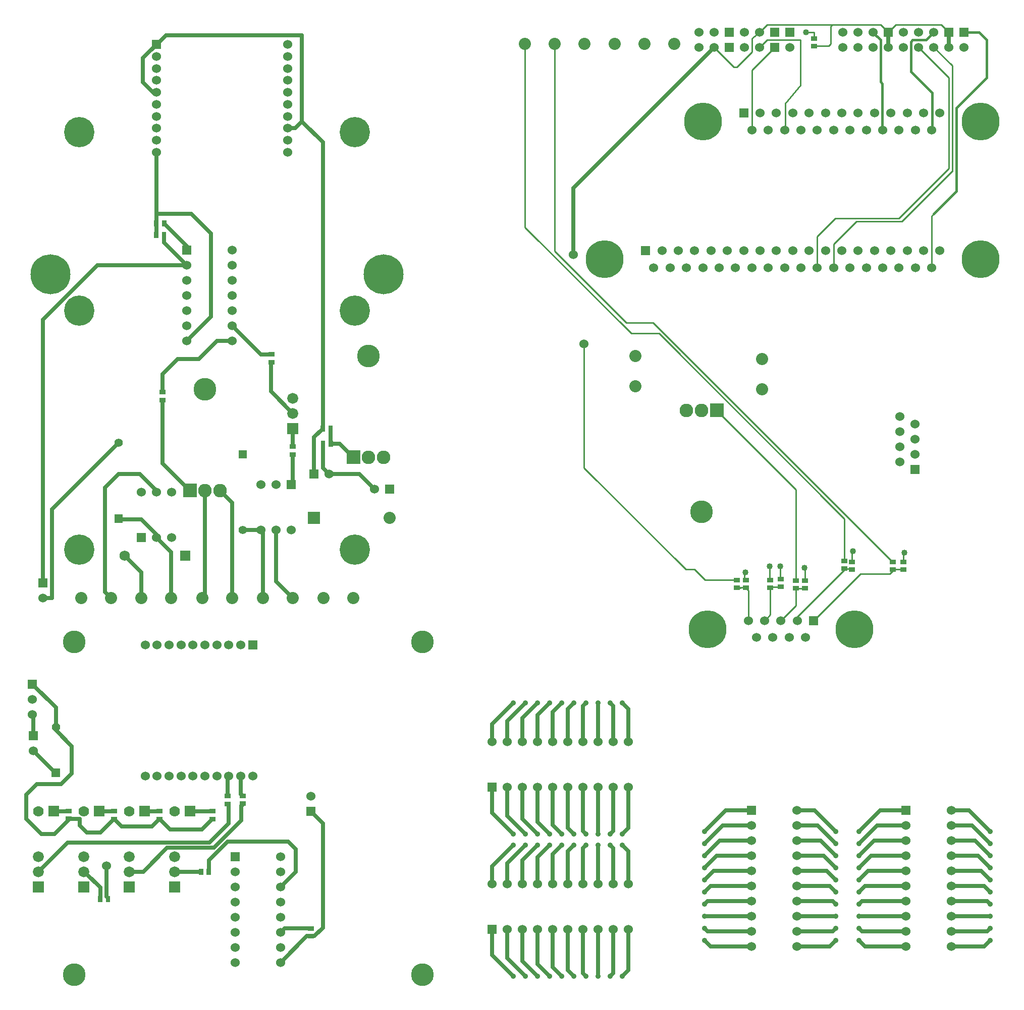
<source format=gbr>
G04 start of page 2 for group 0 idx 0 *
G04 Title: combined, component *
G04 Creator: pcb 20110918 *
G04 CreationDate: Tue 12 Jun 2012 05:40:10 PM GMT UTC *
G04 For: ed *
G04 Format: Gerber/RS-274X *
G04 PCB-Dimensions: 650000 650000 *
G04 PCB-Coordinate-Origin: lower left *
%MOIN*%
%FSLAX25Y25*%
%LNTOP*%
%ADD40C,0.0420*%
%ADD39C,0.0300*%
%ADD38C,0.1300*%
%ADD37C,0.1280*%
%ADD36C,0.0280*%
%ADD35C,0.0380*%
%ADD34C,0.1250*%
%ADD33C,0.0200*%
%ADD32C,0.1200*%
%ADD31C,0.0350*%
%ADD30C,0.1000*%
%ADD29C,0.2600*%
%ADD28C,0.0360*%
%ADD27C,0.0400*%
%ADD26C,0.2000*%
%ADD25C,0.2640*%
%ADD24R,0.0295X0.0295*%
%ADD23C,0.0700*%
%ADD22C,0.0720*%
%ADD21C,0.0680*%
%ADD20C,0.0550*%
%ADD19C,0.0900*%
%ADD18C,0.1500*%
%ADD17C,0.0800*%
%ADD16C,0.0001*%
%ADD15C,0.2500*%
%ADD14C,0.0600*%
%ADD13C,0.0150*%
%ADD12C,0.0100*%
%ADD11C,0.0250*%
G54D11*X24000Y117000D02*X33882D01*
X13000Y135000D02*X29000D01*
X36000Y142000D01*
X10500Y157000D02*X25000Y142500D01*
X25500D01*
X33882Y117000D02*X34000Y117118D01*
X36000Y160000D02*Y142000D01*
Y160000D02*X25500Y170500D01*
Y171500D02*Y170500D01*
X54000Y117000D02*X64000D01*
X10000Y181000D02*X10500Y180500D01*
Y167000D01*
X6000Y128000D02*Y112000D01*
Y128000D02*X13000Y135000D01*
X10000Y201000D02*X25500Y185500D01*
Y172500D01*
X84000Y117000D02*X94000D01*
X89000Y107000D02*X93882Y111882D01*
X94000D01*
X100882Y105000D01*
X121441Y77492D02*X120949Y77000D01*
X104000D02*X120949D01*
X99000Y92850D02*X83150Y77000D01*
X74000D02*X83150D01*
X114000Y117000D02*X129000D01*
X99000Y92850D02*X120342D01*
X119000D02*X129900D01*
X100882Y105000D02*X122118D01*
X129000Y111882D01*
X60000Y59492D02*X59000Y60492D01*
Y81000D02*Y60492D01*
X54882Y66500D02*Y59492D01*
Y66500D02*X45382Y76000D01*
X191441Y34441D02*X194000D01*
X176559Y39559D02*X194492D01*
X176559D02*X174000Y37000D01*
X191441Y34441D02*X174000Y17000D01*
X184000Y92000D02*Y77000D01*
X174000Y67000D01*
X179000Y97000D02*X184000Y92000D01*
X194000Y117000D02*X202000Y109000D01*
Y40000D01*
X196441Y34441D01*
X194559D02*X196441D01*
X147700Y140400D02*Y128418D01*
X149000Y127118D01*
X139000Y139600D02*Y127000D01*
Y139600D02*X139800Y140400D01*
X126559Y84559D02*Y77492D01*
Y84559D02*X139000Y97000D01*
X129900Y92850D02*X147000Y109950D01*
Y110000D02*Y109950D01*
X139492Y108992D02*X126850Y96350D01*
X139000Y97000D02*X179000D01*
X149492Y122000D02*X148000Y120508D01*
Y110950D01*
X139492Y121882D02*Y108992D01*
X33350Y96350D02*X126850D01*
X33350D02*X14000Y77000D01*
X44000D02*X45000Y78000D01*
X59000Y81000D02*Y78950D01*
X34492Y112000D02*X34610Y111882D01*
X41379D01*
Y107621D01*
X46000Y103000D01*
X55118D01*
X64000Y111882D01*
X68882Y107000D01*
X89000D01*
X34492Y112000D02*X24492Y102000D01*
X16000D02*X24492D01*
X16000D02*X6000Y112000D01*
G54D12*X423900Y432900D02*X546430Y310370D01*
X405602Y432900D02*X424110D01*
X405502Y433000D02*X405602Y432900D01*
X585430Y286900D02*Y282392D01*
X584938Y281900D02*X585430Y282392D01*
X578430Y276782D02*X585430D01*
X578430D02*Y275900D01*
X576430Y273900D02*X578430Y275900D01*
X556930Y273900D02*X576430D01*
X550938Y276782D02*X550379Y277341D01*
X577938Y281900D02*X419938Y439900D01*
X605430Y621900D02*X617530Y609800D01*
Y540000D01*
G54D13*X620430Y581900D02*Y526900D01*
G54D12*X615430Y601900D02*Y541900D01*
Y601900D02*X595430Y621900D01*
G54D13*X590430Y605900D02*X604430Y591900D01*
X590430Y623900D02*Y605900D01*
X604230Y568300D02*X603230Y567300D01*
X604430Y591900D02*X604230Y568300D01*
G54D12*X584430Y506900D02*X617430Y539900D01*
X604030Y510500D02*Y509500D01*
X604930Y511400D02*X604030Y510500D01*
X554430Y506900D02*X584430D01*
X540430Y508900D02*X579602D01*
X578430D02*X582430D01*
X539430Y491900D02*X554430Y506900D01*
X528430Y496900D02*X540430Y508900D01*
X528430Y496900D02*Y476300D01*
X539430Y491900D02*Y476500D01*
X539230Y476300D02*X539430Y476500D01*
X615430Y541900D02*X582430Y508900D01*
X604030Y510139D02*Y476300D01*
G54D13*X605430Y511900D02*X620430Y526900D01*
G54D12*X575430Y631900D02*X570430Y636900D01*
X580430D02*X575430Y631900D01*
X580430Y636900D02*X610430D01*
X615430Y631900D02*X610430Y636900D01*
G54D11*X615430Y631900D02*Y621900D01*
G54D13*X640430Y626900D02*Y601900D01*
X620430Y581900D02*X640430Y601900D01*
G54D11*X575430Y631900D02*Y621900D01*
G54D13*X590180Y624150D02*X590430Y623900D01*
X590180Y625650D02*Y621906D01*
X591430Y626900D02*X590180Y625650D01*
X591430Y626900D02*X600430D01*
X605430Y631900D02*X600430Y626900D01*
X570180D02*Y599150D01*
X571430Y597900D02*X570180Y599150D01*
X571230Y569300D02*X571430Y597900D01*
G54D12*X473430Y608900D02*X460430Y621900D01*
X473430Y608900D02*X475430D01*
X485430Y618900D02*X475430Y608900D01*
X485430Y627900D02*Y618900D01*
X507430Y584900D02*X507230Y567300D01*
X517430Y596900D02*X507430Y584900D01*
X517430Y626900D02*Y596900D01*
X485430Y606900D02*X485230Y567300D01*
X500430Y621900D02*X485430Y606900D01*
G54D11*X460430Y621900D02*X367430Y528900D01*
G54D12*X355115Y624400D02*Y487215D01*
X335430Y624400D02*Y503072D01*
X537430Y633570D02*Y624430D01*
X536000Y623000D02*X537430Y624430D01*
X526156Y623000D02*X536000D01*
X525938Y622782D02*X526156Y623000D01*
X521000Y632000D02*X526330D01*
X526430Y631900D02*X526330Y632000D01*
X526430Y631900D02*Y628392D01*
X490430Y621900D02*X495430Y626900D01*
X490430Y631900D02*X495430Y636900D01*
X490430Y631900D02*X485430Y627900D01*
X495430Y626900D02*X517430D01*
X495430Y636900D02*X570430D01*
X537430Y635900D02*Y633335D01*
X538430Y636900D02*X537430Y635900D01*
G54D13*X565430Y631900D02*Y631650D01*
X570180Y626900D02*X565430Y631650D01*
X625430Y631900D02*X635430D01*
X640430Y626900D02*X635430Y631900D01*
G54D12*X546430Y293000D02*Y282951D01*
X545938Y282459D02*X546430Y282951D01*
X551430Y287900D02*Y282392D01*
X551922Y281900D02*X551430Y282392D01*
X550938Y281900D02*X551430Y282392D01*
X546430Y310370D02*Y289570D01*
X514430Y329570D02*X462000Y382000D01*
X441602Y276900D02*X374430Y344072D01*
X441602Y276900D02*X447430D01*
X454430Y269900D02*X475430D01*
X447430Y276900D02*X454430Y269900D01*
X514430Y329570D02*Y269459D01*
X497000Y279000D02*Y269962D01*
X496938Y269900D02*X497000Y269962D01*
X504000Y279000D02*Y273000D01*
X503938Y270459D02*X504000Y273000D01*
X480430Y273900D02*Y270290D01*
X480938Y269782D02*X480430Y270290D01*
X520430Y276900D02*Y269951D01*
X519938Y269459D02*X520430Y269951D01*
X515230Y245700D02*Y243000D01*
X546871Y277341D02*X515230Y245700D01*
X488230Y231800D02*X488306Y231876D01*
X526030Y243000D02*X556930Y273900D01*
X546430Y277341D02*X546871D01*
X546430D02*X550379D01*
X514430Y264341D02*X520430D01*
X497989Y265341D02*X504430D01*
X497430Y264782D02*X497989Y265341D01*
X475430Y264782D02*X480820D01*
X475056Y264664D02*X477962D01*
X474938Y264782D02*X475056Y264664D01*
X514430Y264341D02*Y253000D01*
X504430Y243000D02*X514430Y253000D01*
X497430Y264782D02*Y246800D01*
X493630Y243000D02*X497430Y246800D01*
X482830Y262772D02*Y243000D01*
X480820Y264782D02*X482830Y262772D01*
G54D11*X586510Y117000D02*X587000Y117490D01*
Y87490D02*X586990Y87500D01*
X587000Y107490D02*X567990D01*
X565990Y97490D02*X587000D01*
X586990Y87500D02*X572500D01*
X564000D02*X577500D01*
X567990Y107490D02*X556000Y95500D01*
Y87500D02*X565990Y97490D01*
X556000Y71500D02*X561990Y77490D01*
X556000Y79500D02*X564000Y87500D01*
X556000Y63500D02*X559990Y67490D01*
X556000Y55500D02*X557990Y57490D01*
X561990Y77490D02*X587000D01*
X559990Y67490D02*X587000D01*
X557990Y57490D02*X587000D01*
X556000Y47500D02*X556010Y47490D01*
X556000Y39500D02*X558010Y37490D01*
X556000Y31500D02*X560010Y27490D01*
X556010Y47490D02*X587000D01*
X558010Y37490D02*X587000D01*
X560010Y27490D02*X587000D01*
X540500Y47500D02*X540490Y47490D01*
X540500Y39500D02*X538490Y37490D01*
X515000D01*
X540500Y31500D02*X536490Y27490D01*
X515000D01*
X642500Y103500D02*X628510Y117490D01*
X617000D01*
X642500Y95500D02*X630510Y107490D01*
X617000D01*
X642500Y87500D02*X632510Y97490D01*
X617000D01*
X642500Y79500D02*X634510Y87490D01*
X642500Y63500D02*X638510Y67490D01*
X642500Y55500D02*X640510Y57490D01*
X642500Y47500D02*X642490Y47490D01*
X642500Y39500D02*X640490Y37490D01*
X642500Y31500D02*X638490Y27490D01*
X634510Y87490D02*X617000D01*
X642500Y71500D02*X636510Y77490D01*
X617000D01*
X638510Y67490D02*X617000D01*
X640510Y57490D02*X617000D01*
X642490Y47490D02*X617000D01*
X640490Y37490D02*X617000D01*
X638490Y27490D02*X617000D01*
X556000Y103500D02*X569990Y117490D01*
X587000D01*
X540500Y103500D02*X526510Y117490D01*
X515000D01*
X540500Y95500D02*X528510Y107490D01*
X515000D01*
X540500Y87500D02*X530510Y97490D01*
X515000D01*
X540500Y79500D02*X532510Y87490D01*
X540500Y63500D02*X536510Y67490D01*
X540500Y55500D02*X538510Y57490D01*
X532510Y87490D02*X515000D01*
X540500Y71500D02*X534510Y77490D01*
X515000D01*
X536510Y67490D02*X515000D01*
X538510Y57490D02*X515000D01*
X540490Y47490D02*X515000D01*
X484510Y117000D02*X485000Y117490D01*
Y107490D02*X465990D01*
X463990Y97490D02*X485000D01*
Y87490D02*X484990Y87500D01*
X454000Y103500D02*X467990Y117490D01*
X485000D01*
X465990Y107490D02*X454000Y95500D01*
Y87500D02*X463990Y97490D01*
X484990Y87500D02*X470500D01*
X462000D02*X475500D01*
X454000Y71500D02*X459990Y77490D01*
X454000Y55500D02*X455990Y57490D01*
X454000Y47500D02*X454010Y47490D01*
X454000Y39500D02*X456010Y37490D01*
X454000Y31500D02*X458010Y27490D01*
X459990Y77490D02*X485000D01*
X454000Y79500D02*X462000Y87500D01*
X454000Y63500D02*X457990Y67490D01*
X485000D01*
X455990Y57490D02*X485000D01*
X454010Y47490D02*X485000D01*
X456010Y37490D02*X485000D01*
X458010Y27490D02*X485000D01*
X314000Y132510D02*X313510Y133000D01*
X323510D02*Y113990D01*
Y39000D02*Y19990D01*
Y82510D02*Y69000D01*
X327500Y8000D02*X313510Y21990D01*
Y39000D02*Y21990D01*
X323510Y113990D02*X335500Y102000D01*
X333510Y133000D02*Y111990D01*
Y178510D02*Y163000D01*
Y84510D02*Y69000D01*
X327500Y102000D02*X313510Y115990D01*
X327500Y94500D02*X313510Y80510D01*
X335500Y94500D02*X323510Y82510D01*
X313510Y133000D02*Y115990D01*
X314000Y38510D02*X313510Y39000D01*
Y80510D02*Y69000D01*
X343500Y102000D02*X333510Y111990D01*
X359500Y102000D02*X353510Y107990D01*
X351500Y102000D02*X343500Y110000D01*
X367500Y102000D02*X363510Y105990D01*
X375500Y102000D02*X373510Y103990D01*
X383500Y102000D02*X383510Y102010D01*
X343510Y133000D02*X343500Y132990D01*
Y118500D01*
X353510Y133000D02*Y107990D01*
X343500Y123500D02*Y110000D01*
X363510Y133000D02*Y105990D01*
X373510Y133000D02*Y103990D01*
X383510Y133000D02*Y102010D01*
X393510Y133000D02*Y104010D01*
X327500Y188500D02*X313510Y174510D01*
X335500Y188500D02*X323510Y176510D01*
X313510Y174510D02*Y163000D01*
X323510Y176510D02*Y163000D01*
X343500Y188500D02*X333510Y178510D01*
X351500Y188500D02*X343510Y180510D01*
Y163000D01*
X359500Y188500D02*X353510Y182510D01*
Y163000D01*
X367500Y188500D02*X363510Y184510D01*
X383500Y188500D02*X383510Y188490D01*
X391500Y188500D02*X393510Y186490D01*
X399500Y188500D02*X403510Y184490D01*
X363510Y184510D02*Y163000D01*
X375500Y188500D02*X373510Y186510D01*
Y163000D01*
X383510Y188490D02*Y163000D01*
X393510Y186490D02*Y163000D01*
X403510Y184490D02*Y163000D01*
X323510Y19990D02*X335500Y8000D01*
X343500D02*X333510Y17990D01*
Y39000D02*Y17990D01*
X343500Y29500D02*Y16000D01*
X343510Y39000D02*X343500Y38990D01*
Y24500D01*
X359500Y8000D02*X353510Y13990D01*
Y39000D02*Y13990D01*
X351500Y8000D02*X343500Y16000D01*
X367500Y8000D02*X363510Y11990D01*
Y39000D02*Y11990D01*
X375500Y8000D02*X373510Y9990D01*
X383500Y8000D02*X383510Y8010D01*
X391500Y8000D02*X393510Y10010D01*
X399500Y8000D02*X403510Y12010D01*
X373510Y39000D02*Y9990D01*
X383510Y39000D02*Y8010D01*
X393510Y39000D02*Y10010D01*
X403510Y39000D02*Y12010D01*
X391500Y102000D02*X393510Y104010D01*
X391500Y94500D02*X393510Y92490D01*
Y69000D01*
X399500Y102000D02*X403510Y106010D01*
Y133000D02*Y106010D01*
X399500Y94500D02*X403510Y90490D01*
Y69000D01*
X343500Y94500D02*X333510Y84510D01*
X351500Y94500D02*X343510Y86510D01*
Y69000D01*
X359500Y94500D02*X353510Y88510D01*
X375500Y94500D02*X373510Y92510D01*
X383500Y94500D02*X383510Y94490D01*
X353510Y88510D02*Y69000D01*
X367500Y94500D02*X363510Y90510D01*
Y69000D01*
X373510Y92510D02*Y69000D01*
X383510Y94490D02*Y69000D01*
X67000Y310500D02*X67500Y310000D01*
X82000D01*
X92000Y300000D01*
X71000Y286000D02*X82000Y275000D01*
X23000Y316500D02*Y258000D01*
X17000D01*
X62000D02*X58000Y262000D01*
X122315Y258000D02*X124000Y259685D01*
X58000Y262000D02*Y331000D01*
X81000Y340000D02*X92000Y329000D01*
Y328000D01*
X124000Y259685D02*Y329000D01*
X134000D02*X142000Y321000D01*
Y258000D01*
X82000Y275000D02*Y258000D01*
X112000Y488000D02*Y490559D01*
X128000Y444000D02*Y499000D01*
X115000Y512000D01*
X91882Y552582D02*Y498000D01*
X112000Y490559D02*X97059Y505500D01*
X112000Y478000D02*X97000Y493000D01*
Y498000D01*
X53000Y478000D02*X112000D01*
X115000Y512000D02*X91882D01*
X142000Y428000D02*X132000D01*
X120000Y416000D01*
X106000D01*
X92000Y552700D02*X91882Y552582D01*
X83000Y614800D02*Y599000D01*
X89800Y592200D01*
X92000D01*
X83000Y614800D02*X98200Y630000D01*
X188000D01*
Y573000D01*
X183500Y568500D01*
X178600D01*
X188000Y573000D02*X201882Y559118D01*
X17000Y442000D02*X53000Y478000D01*
X17000Y268000D02*Y442000D01*
X67000Y360500D02*X23000Y316500D01*
X58000Y331000D02*X67000Y340000D01*
X81000D01*
X92000Y300000D02*Y298000D01*
X114000Y329000D02*X96000Y347000D01*
Y388882D01*
X106000Y416000D02*X96000Y406000D01*
Y394000D01*
X112000Y428000D02*X128000Y444000D01*
X181508Y358000D02*X182000Y358492D01*
Y370000D01*
X142000Y438000D02*X161000Y419000D01*
X168000D01*
X167508Y413882D02*Y394492D01*
X182000Y380000D01*
X92000Y298000D02*X101685Y288315D01*
Y258000D01*
X182000D02*X171000Y269000D01*
Y303000D01*
X162315Y301685D02*Y258000D01*
X161000Y303000D02*X162315Y301685D01*
X148000Y303000D02*X161000D01*
X181000Y333000D02*X182000Y334000D01*
Y352882D01*
X207000Y360118D02*Y370000D01*
X196000Y364118D02*X201882Y370000D01*
X222000Y351000D02*X213000Y360000D01*
X207118D01*
X207000Y360118D01*
X202000Y360492D02*Y344000D01*
X206000Y340000D01*
X236000Y330000D02*X226000Y340000D01*
X206000D01*
X196000D02*Y364118D01*
X201882Y559118D02*Y370000D01*
X367430Y528900D02*Y484900D01*
G54D12*X374430Y425900D02*Y344072D01*
X402430Y439900D02*X355115Y487215D01*
X335430Y503072D02*X405602Y432900D01*
X402430Y439900D02*X419938D01*
G54D14*X544630Y578500D03*
X555430D03*
X566230D03*
X577030D03*
X587830D03*
X598630D03*
X609430D03*
G54D15*X636430Y572900D03*
G54D14*X539230Y567300D03*
X550030D03*
X560830D03*
X571630D03*
X582430D03*
X593230D03*
X604030D03*
G54D16*G36*
X572430Y634900D02*Y628900D01*
X578430D01*
Y634900D01*
X572430D01*
G37*
G54D14*X575430Y621900D03*
X585430Y631900D03*
Y621900D03*
X565430Y631900D03*
Y621900D03*
X555430Y631900D03*
Y621900D03*
G54D16*G36*
X612430Y634900D02*Y628900D01*
X618430D01*
Y634900D01*
X612430D01*
G37*
G54D14*X605430Y631900D03*
X595430D03*
Y621900D03*
X605430D03*
X615430D03*
X625430D03*
G54D16*G36*
X622430Y634900D02*Y628900D01*
X628430D01*
Y634900D01*
X622430D01*
G37*
G54D14*X545430Y631900D03*
Y621900D03*
G54D16*G36*
X497430Y634900D02*Y628900D01*
X503430D01*
Y634900D01*
X497430D01*
G37*
G36*
X507430D02*Y628900D01*
X513430D01*
Y634900D01*
X507430D01*
G37*
G54D14*X510430Y621900D03*
G54D16*G36*
X497430Y624900D02*Y618900D01*
X503430D01*
Y624900D01*
X497430D01*
G37*
G54D14*X490430Y631900D03*
X480430D03*
X490430Y621900D03*
X480430D03*
G54D16*G36*
X467430Y624900D02*Y618900D01*
X473430D01*
Y624900D01*
X467430D01*
G37*
G36*
Y634900D02*Y628900D01*
X473430D01*
Y634900D01*
X467430D01*
G37*
G54D14*X460430Y621900D03*
X450430D03*
X460430Y631900D03*
X450430D03*
G54D17*X394485Y624400D03*
X374800D03*
X355115D03*
X335430D03*
X433856D03*
X414171D03*
G54D14*X512230Y578500D03*
X523030D03*
X533830D03*
G54D16*G36*
X476830Y581500D02*Y575500D01*
X482830D01*
Y581500D01*
X476830D01*
G37*
G54D14*X490630Y578500D03*
X501430D03*
X485230Y567300D03*
X496030D03*
X506830D03*
X517630D03*
X528430D03*
G54D15*X452830Y572900D03*
G54D14*X479830Y487500D03*
X490630D03*
X501430D03*
X512230D03*
X523030D03*
X533830D03*
X544630D03*
X555430D03*
X566230D03*
X577030D03*
G54D16*G36*
X412030Y490500D02*Y484500D01*
X418030D01*
Y490500D01*
X412030D01*
G37*
G54D14*X425830Y487500D03*
X436630D03*
X447430D03*
X458230D03*
X469030D03*
X420430Y476300D03*
X431230D03*
X442030D03*
X452830D03*
X463630D03*
X474430D03*
G54D15*X388030Y481900D03*
G54D14*X485230Y476300D03*
X496030D03*
X506830D03*
X517630D03*
X528430D03*
X539230D03*
X550030D03*
X560830D03*
X571630D03*
X582430D03*
X593230D03*
X604030D03*
G54D15*X636430Y481900D03*
G54D14*X587830Y487500D03*
X598630D03*
X609430D03*
X583000Y378000D03*
X593000Y373000D03*
X583000Y358000D03*
X593000Y353000D03*
Y363000D03*
X583000Y368000D03*
G54D16*G36*
X590000Y346000D02*Y340000D01*
X596000D01*
Y346000D01*
X590000D01*
G37*
G54D14*X583000Y348000D03*
G54D16*G36*
X523030Y246000D02*Y240000D01*
X529030D01*
Y246000D01*
X523030D01*
G37*
G54D14*X515230Y243000D03*
X520630Y231800D03*
X509830D03*
X504430Y243000D03*
X493630D03*
X482830D03*
X499030Y231800D03*
X488230D03*
G54D15*X455830Y237400D03*
G54D18*X452000Y315000D03*
G54D15*X553030Y237400D03*
G54D16*G36*
X457500Y386500D02*Y377500D01*
X466500D01*
Y386500D01*
X457500D01*
G37*
G54D19*X452000Y382000D03*
X442000D03*
G54D17*X408430Y417900D03*
Y397900D03*
X492000Y416000D03*
Y396000D03*
G54D16*G36*
X584000Y120490D02*Y114490D01*
X590000D01*
Y120490D01*
X584000D01*
G37*
G54D14*X587000Y107490D03*
Y97490D03*
Y87490D03*
Y77490D03*
Y67490D03*
Y57490D03*
Y47490D03*
Y37490D03*
Y27490D03*
X617000D03*
Y37490D03*
Y47490D03*
Y57490D03*
Y67490D03*
Y77490D03*
Y87490D03*
Y97490D03*
Y107490D03*
Y117490D03*
G54D16*G36*
X482000Y120490D02*Y114490D01*
X488000D01*
Y120490D01*
X482000D01*
G37*
G54D14*X485000Y107490D03*
Y97490D03*
Y87490D03*
Y77490D03*
Y67490D03*
Y57490D03*
Y47490D03*
Y37490D03*
Y27490D03*
X515000D03*
Y37490D03*
Y47490D03*
Y57490D03*
Y67490D03*
Y77490D03*
Y87490D03*
Y97490D03*
Y107490D03*
Y117490D03*
G54D16*G36*
X310510Y136000D02*Y130000D01*
X316510D01*
Y136000D01*
X310510D01*
G37*
G54D14*X323510Y133000D03*
X333510D03*
X343510D03*
X353510D03*
X363510D03*
X373510D03*
X383510D03*
X393510D03*
X403510D03*
Y163000D03*
X393510D03*
X383510D03*
X373510D03*
X363510D03*
X353510D03*
X343510D03*
X333510D03*
X323510D03*
X313510D03*
G54D16*G36*
X310510Y42000D02*Y36000D01*
X316510D01*
Y42000D01*
X310510D01*
G37*
G54D14*X323510Y39000D03*
X333510D03*
X343510D03*
X353510D03*
X363510D03*
X373510D03*
X383510D03*
X393510D03*
X403510D03*
Y69000D03*
X393510D03*
X383510D03*
X373510D03*
X363510D03*
X353510D03*
X343510D03*
X333510D03*
X323510D03*
X313510D03*
X171000Y333000D03*
X161000D03*
Y303000D03*
X171000D03*
G54D16*G36*
X146250Y355750D02*Y350250D01*
X151750D01*
Y355750D01*
X146250D01*
G37*
G54D20*X149000Y303000D03*
G54D16*G36*
X109500Y333500D02*Y324500D01*
X118500D01*
Y333500D01*
X109500D01*
G37*
G36*
X107600Y289400D02*Y282600D01*
X114400D01*
Y289400D01*
X107600D01*
G37*
G54D19*X124000Y329000D03*
X134000D03*
G54D17*X82000Y258000D03*
G54D16*G36*
X14000Y271000D02*Y265000D01*
X20000D01*
Y271000D01*
X14000D01*
G37*
G54D14*X17000Y258000D03*
G54D17*X42315D03*
X62000D03*
G54D16*G36*
X79000Y301000D02*Y295000D01*
X85000D01*
Y301000D01*
X79000D01*
G37*
G54D14*X82000Y328000D03*
G54D16*G36*
X64250Y313250D02*Y307750D01*
X69750D01*
Y313250D01*
X64250D01*
G37*
G54D20*X67000Y360500D03*
G54D14*X92000Y298000D03*
Y328000D03*
X102000Y298000D03*
Y328000D03*
G54D21*X71000Y286000D03*
G54D17*X202315Y258000D03*
X182000D03*
X101685D03*
X122315D03*
X142000D03*
X162315D03*
G54D16*G36*
X152600Y230000D02*Y224000D01*
X158600D01*
Y230000D01*
X152600D01*
G37*
G54D14*X147700Y227000D03*
X139800D03*
X131900D03*
X124000D03*
X116100D03*
X108200D03*
X100300D03*
X92400D03*
X84500D03*
G54D16*G36*
X192000Y315000D02*Y307000D01*
X200000D01*
Y315000D01*
X192000D01*
G37*
G36*
X193000Y343000D02*Y337000D01*
X199000D01*
Y343000D01*
X193000D01*
G37*
G54D14*X206000Y340000D03*
G54D17*X222000Y258000D03*
X246000Y311000D03*
G54D16*G36*
X243000Y333000D02*Y327000D01*
X249000D01*
Y333000D01*
X243000D01*
G37*
G54D14*X236000Y330000D03*
G54D16*G36*
X217500Y355500D02*Y346500D01*
X226500D01*
Y355500D01*
X217500D01*
G37*
G54D19*X232000Y351000D03*
X242000D03*
G54D16*G36*
X178000Y336000D02*Y330000D01*
X184000D01*
Y336000D01*
X178000D01*
G37*
G54D14*X181000Y303000D03*
G54D16*G36*
X178400Y373600D02*Y366400D01*
X185600D01*
Y373600D01*
X178400D01*
G37*
G54D22*X182000Y380000D03*
Y390000D03*
G54D18*X232000Y418000D03*
G54D16*G36*
X109000Y491000D02*Y485000D01*
X115000D01*
Y491000D01*
X109000D01*
G37*
G54D14*X112000Y478000D03*
Y468000D03*
Y458000D03*
Y448000D03*
X142000D03*
Y458000D03*
Y468000D03*
Y478000D03*
Y488000D03*
X112000Y438000D03*
X142000D03*
X112000Y428000D03*
X142000D03*
G54D18*X124000Y396000D03*
G54D16*G36*
X89000Y626800D02*Y620800D01*
X95000D01*
Y626800D01*
X89000D01*
G37*
G54D14*X92000Y615900D03*
Y608000D03*
Y600100D03*
Y592200D03*
Y584300D03*
Y576400D03*
Y568500D03*
Y560600D03*
Y552700D03*
X178600Y623800D03*
Y615900D03*
Y608000D03*
Y600100D03*
Y592200D03*
Y584300D03*
Y576400D03*
Y568500D03*
Y560600D03*
Y552700D03*
X155600Y140400D03*
X147700D03*
X139800D03*
X131900D03*
X124000D03*
X116100D03*
X108200D03*
X100300D03*
G54D16*G36*
X191000Y120000D02*Y114000D01*
X197000D01*
Y120000D01*
X191000D01*
G37*
G54D14*X194000Y127000D03*
G54D16*G36*
X110500Y120500D02*Y113500D01*
X117500D01*
Y120500D01*
X110500D01*
G37*
G54D23*X104000Y117000D03*
G54D14*X92400Y140400D03*
G54D16*G36*
X100400Y70600D02*Y63400D01*
X107600D01*
Y70600D01*
X100400D01*
G37*
G54D22*X104000Y77000D03*
Y87000D03*
G54D14*X84500Y140400D03*
G54D16*G36*
X80500Y120500D02*Y113500D01*
X87500D01*
Y120500D01*
X80500D01*
G37*
G54D23*X74000Y117000D03*
G54D16*G36*
X50500Y120500D02*Y113500D01*
X57500D01*
Y120500D01*
X50500D01*
G37*
G54D23*X44000Y117000D03*
G54D16*G36*
X40400Y70600D02*Y63400D01*
X47600D01*
Y70600D01*
X40400D01*
G37*
G54D22*X44000Y77000D03*
Y87000D03*
G54D16*G36*
X70400Y70600D02*Y63400D01*
X77600D01*
Y70600D01*
X70400D01*
G37*
G54D22*X74000Y77000D03*
Y87000D03*
G54D16*G36*
X141000Y90000D02*Y84000D01*
X147000D01*
Y90000D01*
X141000D01*
G37*
G54D14*X144000Y77000D03*
Y67000D03*
Y57000D03*
Y47000D03*
Y37000D03*
Y27000D03*
Y17000D03*
X174000D03*
Y27000D03*
Y37000D03*
Y47000D03*
Y57000D03*
Y67000D03*
Y77000D03*
Y87000D03*
G54D16*G36*
X22750Y145250D02*Y139750D01*
X28250D01*
Y145250D01*
X22750D01*
G37*
G54D20*X25500Y172500D03*
G54D16*G36*
X20500Y120500D02*Y113500D01*
X27500D01*
Y120500D01*
X20500D01*
G37*
G36*
X10400Y70600D02*Y63400D01*
X17600D01*
Y70600D01*
X10400D01*
G37*
G54D22*X14000Y77000D03*
Y87000D03*
G54D16*G36*
X7500Y170000D02*Y164000D01*
X13500D01*
Y170000D01*
X7500D01*
G37*
G36*
X7000Y204000D02*Y198000D01*
X13000D01*
Y204000D01*
X7000D01*
G37*
G54D14*X10000Y191000D03*
Y181000D03*
X10500Y157000D03*
G54D23*X14000Y117000D03*
G54D24*X167508Y419000D02*X168492D01*
X138508Y127000D02*X139492D01*
X138508Y121882D02*X139492D01*
X148508Y127118D02*X149492D01*
X148508Y122000D02*X149492D01*
X33508Y117118D02*X34492D01*
X33508Y112000D02*X34492D01*
X93508Y117000D02*X94492D01*
X63508D02*X64492D01*
X93508Y111882D02*X94492D01*
X126559Y77492D02*Y76508D01*
X121441Y77492D02*Y76508D01*
X128508Y117000D02*X129492D01*
X128508Y111882D02*X129492D01*
X63508D02*X64492D01*
X60000Y59492D02*Y58508D01*
X193508Y39559D02*X194492D01*
X193508Y34441D02*X194492D01*
X54882Y59492D02*Y58508D01*
X91882Y498492D02*Y497508D01*
X97000Y498492D02*Y497508D01*
X91941Y505992D02*Y505008D01*
X97059Y505992D02*Y505008D01*
X181508Y358000D02*X182492D01*
X181508Y352882D02*X182492D01*
X95508Y394000D02*X96492D01*
X95508Y388882D02*X96492D01*
X167508Y413882D02*X168492D01*
X207000Y370492D02*Y369508D01*
X207118Y360492D02*Y359508D01*
X201882Y370492D02*Y369508D01*
X202000Y360492D02*Y359508D01*
X519938Y269459D02*X520922D01*
X519938Y264341D02*X520922D01*
X503938Y270459D02*X504922D01*
X503938Y265341D02*X504922D01*
X513938Y264341D02*X514922D01*
X513938Y269459D02*X514922D01*
X496938Y264782D02*X497922D01*
X496938Y269900D02*X497922D01*
X474938Y264782D02*X475922D01*
X474938Y269900D02*X475922D01*
X480938Y269782D02*X481922D01*
X480938Y264664D02*X481922D01*
X584938Y281900D02*X585922D01*
X545938Y282459D02*X546922D01*
X550938Y281900D02*X551922D01*
X584938Y276782D02*X585922D01*
X545938Y277341D02*X546922D01*
X550938Y276782D02*X551922D01*
X577938D02*X578922D01*
X577938Y281900D02*X578922D01*
X525938Y627900D02*X526922D01*
X525938Y622782D02*X526922D01*
G54D25*X22000Y472000D03*
G54D26*X223000Y448000D03*
X41000D03*
Y566000D03*
X223000D03*
X41000Y290000D03*
X223000D03*
G54D14*X59000Y81000D03*
G54D18*X37500Y9000D03*
Y229000D03*
G54D25*X242000Y472000D03*
G54D14*X374430Y425900D03*
X367430Y484900D03*
G54D27*X586000Y288000D03*
X552000Y289000D03*
X521000Y632000D03*
X497000Y279000D03*
X504000D03*
X481000Y275000D03*
X520000Y278000D03*
G54D28*X540500Y55500D03*
Y39500D03*
Y31500D03*
Y47500D03*
Y95500D03*
Y79500D03*
Y71500D03*
Y63500D03*
Y87500D03*
X454000Y71500D03*
Y63500D03*
Y55500D03*
Y47500D03*
Y39500D03*
Y31500D03*
G54D18*X267500Y9000D03*
G54D28*X327500Y8000D03*
X335500D03*
X351500D03*
X343500D03*
X359500D03*
X391500D03*
X399500D03*
X367500D03*
X375500D03*
X383500D03*
X367500Y102000D03*
X375500D03*
X367500Y94500D03*
X375500D03*
X351500Y102000D03*
X359500D03*
X351500Y94500D03*
X359500D03*
X343500Y102000D03*
Y94500D03*
X383500Y102000D03*
Y94500D03*
X391500Y102000D03*
Y94500D03*
X399500Y102000D03*
Y94500D03*
X327500Y102000D03*
X335500D03*
X327500Y94500D03*
X335500D03*
X351500Y188500D03*
X343500D03*
X375500D03*
X391500D03*
X399500D03*
X383500D03*
X367500D03*
X327500D03*
G54D18*X267500Y229000D03*
G54D28*X335500Y188500D03*
X359500D03*
X642500Y103500D03*
Y95500D03*
Y87500D03*
Y39500D03*
Y79500D03*
Y71500D03*
Y63500D03*
Y55500D03*
Y31500D03*
Y47500D03*
X454000Y103500D03*
Y95500D03*
Y79500D03*
Y87500D03*
X556000Y103500D03*
Y95500D03*
X540500Y103500D03*
X556000Y55500D03*
Y47500D03*
Y39500D03*
Y31500D03*
Y79500D03*
Y87500D03*
Y71500D03*
Y63500D03*
G54D29*G54D30*G54D31*G54D32*G54D29*G54D31*G54D33*G54D32*G54D33*G54D32*G54D33*G54D31*G54D34*G54D31*G54D35*G54D13*G54D31*G54D34*G54D31*G54D34*G54D31*G54D34*G54D31*G54D36*G54D37*G54D31*G54D34*G54D38*G54D34*G54D14*G54D13*G54D36*G54D39*G54D14*G54D35*G54D14*G54D13*G54D35*G54D13*G54D36*G54D39*G54D36*G54D35*G54D13*G54D35*G54D33*G54D39*G54D13*G54D33*G54D39*G54D14*G54D36*G54D40*G54D38*G54D36*G54D38*G54D35*G54D36*G54D35*G54D40*G54D35*G54D36*G54D40*G54D36*G54D39*G54D36*G54D40*G54D35*G54D36*M02*

</source>
